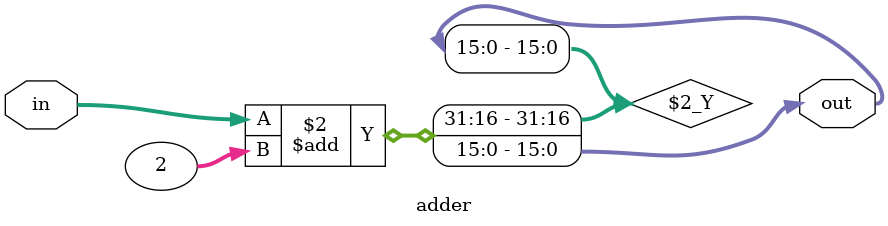
<source format=v>
module adder #(parameter INC=2)(
  input [15:0]in,
  output reg [15:0]out
  );

always @(*)
  begin
      out <= in+INC;
  end
  
endmodule

</source>
